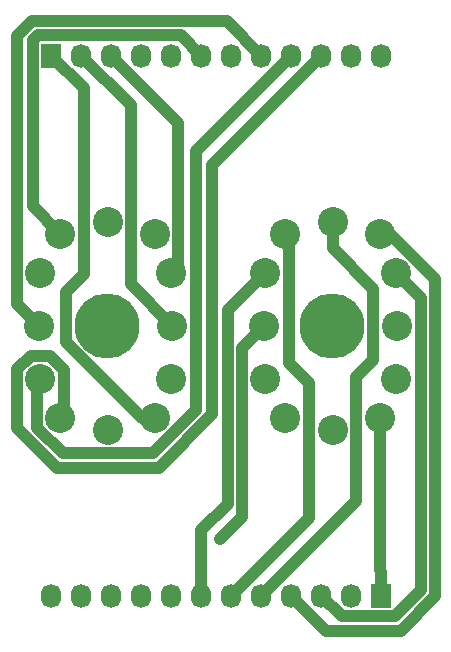
<source format=gtl>
G04 #@! TF.FileFunction,Copper,L1,Top,Signal*
%FSLAX46Y46*%
G04 Gerber Fmt 4.6, Leading zero omitted, Abs format (unit mm)*
G04 Created by KiCad (PCBNEW (2015-10-31 BZR 6288)-product) date Wednesday, November 04, 2015 'PMt' 07:14:10 PM*
%MOMM*%
G01*
G04 APERTURE LIST*
%ADD10C,0.100000*%
%ADD11R,1.727200X2.032000*%
%ADD12O,1.727200X2.032000*%
%ADD13C,2.540000*%
%ADD14C,5.500000*%
%ADD15C,0.800000*%
%ADD16C,1.000000*%
G04 APERTURE END LIST*
D10*
D11*
X120650000Y-57150000D03*
D12*
X123190000Y-57150000D03*
X125730000Y-57150000D03*
X128270000Y-57150000D03*
X130810000Y-57150000D03*
X133350000Y-57150000D03*
X135890000Y-57150000D03*
X138430000Y-57150000D03*
X140970000Y-57150000D03*
X143510000Y-57150000D03*
X146050000Y-57150000D03*
X148590000Y-57150000D03*
D11*
X148590000Y-102870000D03*
D12*
X146050000Y-102870000D03*
X143510000Y-102870000D03*
X140970000Y-102870000D03*
X138430000Y-102870000D03*
X135890000Y-102870000D03*
X133350000Y-102870000D03*
X130810000Y-102870000D03*
X128270000Y-102870000D03*
X125730000Y-102870000D03*
X123190000Y-102870000D03*
X120650000Y-102870000D03*
D13*
X149826980Y-84508340D03*
X140464540Y-87825580D03*
X138780520Y-84508340D03*
X138653520Y-80010000D03*
X138780520Y-75511660D03*
X140464540Y-72194420D03*
X144462500Y-71193660D03*
X148460460Y-72194420D03*
X149826980Y-75511660D03*
X149953980Y-80010000D03*
X148460460Y-87825580D03*
X144462500Y-88826340D03*
D14*
X144440000Y-80010000D03*
D13*
X130776980Y-84508340D03*
X121414540Y-87825580D03*
X119730520Y-84508340D03*
X119603520Y-80010000D03*
X119730520Y-75511660D03*
X121414540Y-72194420D03*
X125412500Y-71193660D03*
X129410460Y-72194420D03*
X130776980Y-75511660D03*
X130903980Y-80010000D03*
X129410460Y-87825580D03*
X125412500Y-88826340D03*
D14*
X125390000Y-80010000D03*
D15*
X134944300Y-98096300D03*
D16*
X121759400Y-87480700D02*
X121414500Y-87825600D01*
X121759400Y-83733500D02*
X121759400Y-87480700D01*
X120550300Y-82524400D02*
X121759400Y-83733500D01*
X118902600Y-82524400D02*
X120550300Y-82524400D01*
X117756800Y-83670200D02*
X118902600Y-82524400D01*
X117756800Y-88679500D02*
X117756800Y-83670200D01*
X121090200Y-92012900D02*
X117756800Y-88679500D01*
X129729900Y-92012900D02*
X121090200Y-92012900D01*
X134247400Y-87495400D02*
X129729900Y-92012900D01*
X134247400Y-66412600D02*
X134247400Y-87495400D01*
X143510000Y-57150000D02*
X134247400Y-66412600D01*
X132906600Y-65213400D02*
X140970000Y-57150000D01*
X132906600Y-87138500D02*
X132906600Y-65213400D01*
X129240500Y-90804600D02*
X132906600Y-87138500D01*
X121597100Y-90804600D02*
X129240500Y-90804600D01*
X119440500Y-88648000D02*
X121597100Y-90804600D01*
X119440500Y-84798300D02*
X119440500Y-88648000D01*
X119730500Y-84508300D02*
X119440500Y-84798300D01*
X117714300Y-78120800D02*
X119603500Y-80010000D01*
X117714300Y-55509600D02*
X117714300Y-78120800D01*
X119014700Y-54209200D02*
X117714300Y-55509600D01*
X135489200Y-54209200D02*
X119014700Y-54209200D01*
X138430000Y-57150000D02*
X135489200Y-54209200D01*
X131621600Y-55421600D02*
X133350000Y-57150000D01*
X119500000Y-55421600D02*
X131621600Y-55421600D01*
X119086000Y-55835600D02*
X119500000Y-55421600D01*
X119086000Y-69865900D02*
X119086000Y-55835600D01*
X121414500Y-72194400D02*
X119086000Y-69865900D01*
X131390300Y-62810300D02*
X125730000Y-57150000D01*
X131390300Y-74898400D02*
X131390300Y-62810300D01*
X130777000Y-75511700D02*
X131390300Y-74898400D01*
X127382900Y-76488900D02*
X130904000Y-80010000D01*
X127382900Y-61342900D02*
X127382900Y-76488900D01*
X123190000Y-57150000D02*
X127382900Y-61342900D01*
X123413500Y-59913500D02*
X120650000Y-57150000D01*
X123413500Y-75644800D02*
X123413500Y-59913500D01*
X121904100Y-77154200D02*
X123413500Y-75644800D01*
X121904100Y-81409800D02*
X121904100Y-77154200D01*
X128319900Y-87825600D02*
X121904100Y-81409800D01*
X129410500Y-87825600D02*
X128319900Y-87825600D01*
X136810100Y-96230500D02*
X134944300Y-98096300D01*
X136810100Y-81853400D02*
X136810100Y-96230500D01*
X138653500Y-80010000D02*
X136810100Y-81853400D01*
X133350000Y-97321000D02*
X133350000Y-102870000D01*
X135609700Y-95061300D02*
X133350000Y-97321000D01*
X135609700Y-78682500D02*
X135609700Y-95061300D01*
X138780500Y-75511700D02*
X135609700Y-78682500D01*
X142463500Y-96296500D02*
X135890000Y-102870000D01*
X142463500Y-84869800D02*
X142463500Y-96296500D01*
X140750900Y-83157200D02*
X142463500Y-84869800D01*
X140750900Y-72480800D02*
X140750900Y-83157200D01*
X140464500Y-72194400D02*
X140750900Y-72480800D01*
X146461600Y-94838400D02*
X138430000Y-102870000D01*
X146461600Y-84352700D02*
X146461600Y-94838400D01*
X147890400Y-82923900D02*
X146461600Y-84352700D01*
X147890400Y-76870900D02*
X147890400Y-82923900D01*
X144462500Y-73443000D02*
X147890400Y-76870900D01*
X144462500Y-71193700D02*
X144462500Y-73443000D01*
X149296200Y-72194400D02*
X148460500Y-72194400D01*
X153128100Y-76026300D02*
X149296200Y-72194400D01*
X153128100Y-102913100D02*
X153128100Y-76026300D01*
X150230400Y-105810800D02*
X153128100Y-102913100D01*
X143910800Y-105810800D02*
X150230400Y-105810800D01*
X140970000Y-102870000D02*
X143910800Y-105810800D01*
X145250500Y-104610500D02*
X143510000Y-102870000D01*
X149733200Y-104610500D02*
X145250500Y-104610500D01*
X151927800Y-102415900D02*
X149733200Y-104610500D01*
X151927800Y-77612500D02*
X151927800Y-102415900D01*
X149827000Y-75511700D02*
X151927800Y-77612500D01*
X148460500Y-100724500D02*
X148590000Y-100854000D01*
X148460500Y-87825600D02*
X148460500Y-100724500D01*
X148590000Y-102870000D02*
X148590000Y-100854000D01*
M02*

</source>
